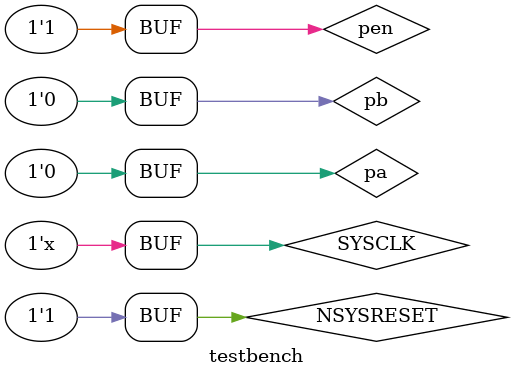
<source format=v>


`timescale 1ns/1ns

module testbench;
reg pa,pb,pen;
wire[3:0]py;

parameter SYSCLK_PERIOD = 100;// 10MHZ

reg SYSCLK;
reg NSYSRESET;

initial
begin
    SYSCLK = 1'b0;
    NSYSRESET = 1'b0;
end

//////////////////////////////////////////////////////////////////////
// Reset Pulse
//////////////////////////////////////////////////////////////////////
initial
begin
    #(SYSCLK_PERIOD * 10 )
        NSYSRESET = 1'b1;
end


//////////////////////////////////////////////////////////////////////
// Clock Driver
//////////////////////////////////////////////////////////////////////
always @(SYSCLK)
    #(SYSCLK_PERIOD / 2.0) SYSCLK <= !SYSCLK;


//////////////////////////////////////////////////////////////////////
// Instantiate Unit Under Test:  dec2x4
//////////////////////////////////////////////////////////////////////
dec2x4 dec2x4_0(pa,pb,pen,py);
initial
    begin
        pa=0;
        pb=0;
        pen=0;
        #5 pen=1;
        #10 pa=1;
        #5 pb=1;
        #5 pa=0;
        #10 pb=0;
    end

initial
    $monitor("time=%t,a=%b,b=%b,en=%b,y=%b",$time,pa,pb,pen,py);
endmodule


</source>
